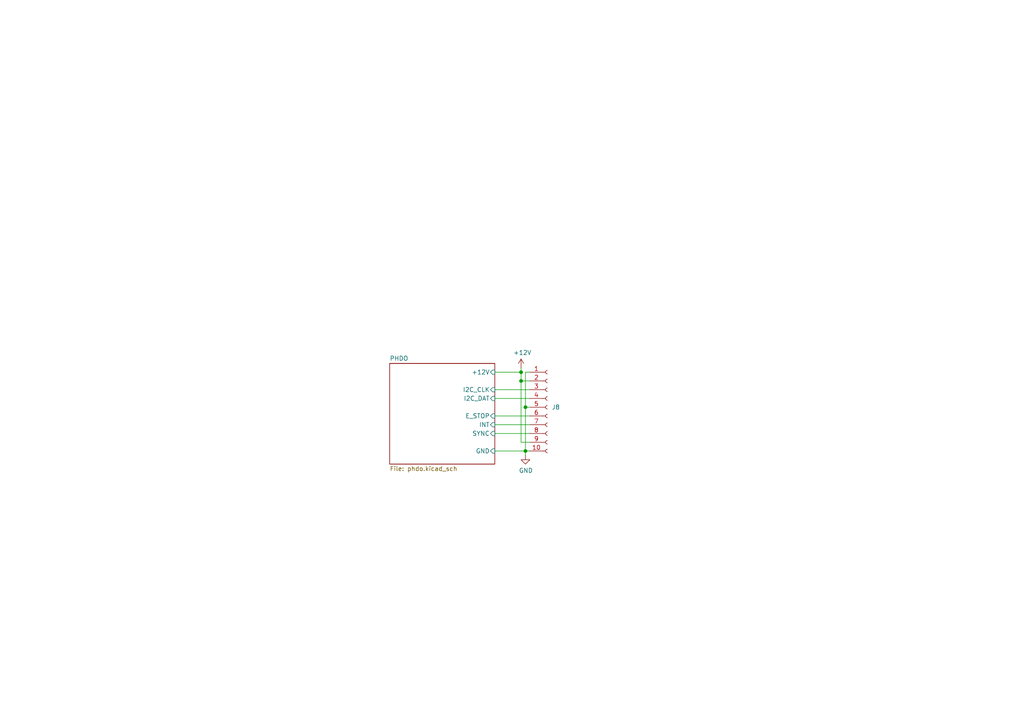
<source format=kicad_sch>
(kicad_sch (version 20230121) (generator eeschema)

  (uuid 3934cdea-42c8-4ab1-b1be-2c4978ab08ae)

  (paper "A4")

  (lib_symbols
    (symbol "Connector:Conn_01x10_Female" (pin_names (offset 1.016) hide) (in_bom yes) (on_board yes)
      (property "Reference" "J" (at 0 12.7 0)
        (effects (font (size 1.27 1.27)))
      )
      (property "Value" "Conn_01x10_Female" (at 0 -15.24 0)
        (effects (font (size 1.27 1.27)))
      )
      (property "Footprint" "" (at 0 0 0)
        (effects (font (size 1.27 1.27)) hide)
      )
      (property "Datasheet" "~" (at 0 0 0)
        (effects (font (size 1.27 1.27)) hide)
      )
      (property "ki_keywords" "connector" (at 0 0 0)
        (effects (font (size 1.27 1.27)) hide)
      )
      (property "ki_description" "Generic connector, single row, 01x10, script generated (kicad-library-utils/schlib/autogen/connector/)" (at 0 0 0)
        (effects (font (size 1.27 1.27)) hide)
      )
      (property "ki_fp_filters" "Connector*:*_1x??_*" (at 0 0 0)
        (effects (font (size 1.27 1.27)) hide)
      )
      (symbol "Conn_01x10_Female_1_1"
        (arc (start 0 -12.192) (mid -0.5058 -12.7) (end 0 -13.208)
          (stroke (width 0.1524) (type default))
          (fill (type none))
        )
        (arc (start 0 -9.652) (mid -0.5058 -10.16) (end 0 -10.668)
          (stroke (width 0.1524) (type default))
          (fill (type none))
        )
        (arc (start 0 -7.112) (mid -0.5058 -7.62) (end 0 -8.128)
          (stroke (width 0.1524) (type default))
          (fill (type none))
        )
        (arc (start 0 -4.572) (mid -0.5058 -5.08) (end 0 -5.588)
          (stroke (width 0.1524) (type default))
          (fill (type none))
        )
        (arc (start 0 -2.032) (mid -0.5058 -2.54) (end 0 -3.048)
          (stroke (width 0.1524) (type default))
          (fill (type none))
        )
        (polyline
          (pts
            (xy -1.27 -12.7)
            (xy -0.508 -12.7)
          )
          (stroke (width 0.1524) (type default))
          (fill (type none))
        )
        (polyline
          (pts
            (xy -1.27 -10.16)
            (xy -0.508 -10.16)
          )
          (stroke (width 0.1524) (type default))
          (fill (type none))
        )
        (polyline
          (pts
            (xy -1.27 -7.62)
            (xy -0.508 -7.62)
          )
          (stroke (width 0.1524) (type default))
          (fill (type none))
        )
        (polyline
          (pts
            (xy -1.27 -5.08)
            (xy -0.508 -5.08)
          )
          (stroke (width 0.1524) (type default))
          (fill (type none))
        )
        (polyline
          (pts
            (xy -1.27 -2.54)
            (xy -0.508 -2.54)
          )
          (stroke (width 0.1524) (type default))
          (fill (type none))
        )
        (polyline
          (pts
            (xy -1.27 0)
            (xy -0.508 0)
          )
          (stroke (width 0.1524) (type default))
          (fill (type none))
        )
        (polyline
          (pts
            (xy -1.27 2.54)
            (xy -0.508 2.54)
          )
          (stroke (width 0.1524) (type default))
          (fill (type none))
        )
        (polyline
          (pts
            (xy -1.27 5.08)
            (xy -0.508 5.08)
          )
          (stroke (width 0.1524) (type default))
          (fill (type none))
        )
        (polyline
          (pts
            (xy -1.27 7.62)
            (xy -0.508 7.62)
          )
          (stroke (width 0.1524) (type default))
          (fill (type none))
        )
        (polyline
          (pts
            (xy -1.27 10.16)
            (xy -0.508 10.16)
          )
          (stroke (width 0.1524) (type default))
          (fill (type none))
        )
        (arc (start 0 0.508) (mid -0.5058 0) (end 0 -0.508)
          (stroke (width 0.1524) (type default))
          (fill (type none))
        )
        (arc (start 0 3.048) (mid -0.5058 2.54) (end 0 2.032)
          (stroke (width 0.1524) (type default))
          (fill (type none))
        )
        (arc (start 0 5.588) (mid -0.5058 5.08) (end 0 4.572)
          (stroke (width 0.1524) (type default))
          (fill (type none))
        )
        (arc (start 0 8.128) (mid -0.5058 7.62) (end 0 7.112)
          (stroke (width 0.1524) (type default))
          (fill (type none))
        )
        (arc (start 0 10.668) (mid -0.5058 10.16) (end 0 9.652)
          (stroke (width 0.1524) (type default))
          (fill (type none))
        )
        (pin passive line (at -5.08 10.16 0) (length 3.81)
          (name "Pin_1" (effects (font (size 1.27 1.27))))
          (number "1" (effects (font (size 1.27 1.27))))
        )
        (pin passive line (at -5.08 -12.7 0) (length 3.81)
          (name "Pin_10" (effects (font (size 1.27 1.27))))
          (number "10" (effects (font (size 1.27 1.27))))
        )
        (pin passive line (at -5.08 7.62 0) (length 3.81)
          (name "Pin_2" (effects (font (size 1.27 1.27))))
          (number "2" (effects (font (size 1.27 1.27))))
        )
        (pin passive line (at -5.08 5.08 0) (length 3.81)
          (name "Pin_3" (effects (font (size 1.27 1.27))))
          (number "3" (effects (font (size 1.27 1.27))))
        )
        (pin passive line (at -5.08 2.54 0) (length 3.81)
          (name "Pin_4" (effects (font (size 1.27 1.27))))
          (number "4" (effects (font (size 1.27 1.27))))
        )
        (pin passive line (at -5.08 0 0) (length 3.81)
          (name "Pin_5" (effects (font (size 1.27 1.27))))
          (number "5" (effects (font (size 1.27 1.27))))
        )
        (pin passive line (at -5.08 -2.54 0) (length 3.81)
          (name "Pin_6" (effects (font (size 1.27 1.27))))
          (number "6" (effects (font (size 1.27 1.27))))
        )
        (pin passive line (at -5.08 -5.08 0) (length 3.81)
          (name "Pin_7" (effects (font (size 1.27 1.27))))
          (number "7" (effects (font (size 1.27 1.27))))
        )
        (pin passive line (at -5.08 -7.62 0) (length 3.81)
          (name "Pin_8" (effects (font (size 1.27 1.27))))
          (number "8" (effects (font (size 1.27 1.27))))
        )
        (pin passive line (at -5.08 -10.16 0) (length 3.81)
          (name "Pin_9" (effects (font (size 1.27 1.27))))
          (number "9" (effects (font (size 1.27 1.27))))
        )
      )
    )
    (symbol "power:+12V" (power) (pin_names (offset 0)) (in_bom yes) (on_board yes)
      (property "Reference" "#PWR" (at 0 -3.81 0)
        (effects (font (size 1.27 1.27)) hide)
      )
      (property "Value" "+12V" (at 0 3.556 0)
        (effects (font (size 1.27 1.27)))
      )
      (property "Footprint" "" (at 0 0 0)
        (effects (font (size 1.27 1.27)) hide)
      )
      (property "Datasheet" "" (at 0 0 0)
        (effects (font (size 1.27 1.27)) hide)
      )
      (property "ki_keywords" "power-flag" (at 0 0 0)
        (effects (font (size 1.27 1.27)) hide)
      )
      (property "ki_description" "Power symbol creates a global label with name \"+12V\"" (at 0 0 0)
        (effects (font (size 1.27 1.27)) hide)
      )
      (symbol "+12V_0_1"
        (polyline
          (pts
            (xy -0.762 1.27)
            (xy 0 2.54)
          )
          (stroke (width 0) (type default))
          (fill (type none))
        )
        (polyline
          (pts
            (xy 0 0)
            (xy 0 2.54)
          )
          (stroke (width 0) (type default))
          (fill (type none))
        )
        (polyline
          (pts
            (xy 0 2.54)
            (xy 0.762 1.27)
          )
          (stroke (width 0) (type default))
          (fill (type none))
        )
      )
      (symbol "+12V_1_1"
        (pin power_in line (at 0 0 90) (length 0) hide
          (name "+12V" (effects (font (size 1.27 1.27))))
          (number "1" (effects (font (size 1.27 1.27))))
        )
      )
    )
    (symbol "power:GND" (power) (pin_names (offset 0)) (in_bom yes) (on_board yes)
      (property "Reference" "#PWR" (at 0 -6.35 0)
        (effects (font (size 1.27 1.27)) hide)
      )
      (property "Value" "GND" (at 0 -3.81 0)
        (effects (font (size 1.27 1.27)))
      )
      (property "Footprint" "" (at 0 0 0)
        (effects (font (size 1.27 1.27)) hide)
      )
      (property "Datasheet" "" (at 0 0 0)
        (effects (font (size 1.27 1.27)) hide)
      )
      (property "ki_keywords" "power-flag" (at 0 0 0)
        (effects (font (size 1.27 1.27)) hide)
      )
      (property "ki_description" "Power symbol creates a global label with name \"GND\" , ground" (at 0 0 0)
        (effects (font (size 1.27 1.27)) hide)
      )
      (symbol "GND_0_1"
        (polyline
          (pts
            (xy 0 0)
            (xy 0 -1.27)
            (xy 1.27 -1.27)
            (xy 0 -2.54)
            (xy -1.27 -1.27)
            (xy 0 -1.27)
          )
          (stroke (width 0) (type default))
          (fill (type none))
        )
      )
      (symbol "GND_1_1"
        (pin power_in line (at 0 0 270) (length 0) hide
          (name "GND" (effects (font (size 1.27 1.27))))
          (number "1" (effects (font (size 1.27 1.27))))
        )
      )
    )
  )

  (junction (at 151.13 107.95) (diameter 0) (color 0 0 0 0)
    (uuid 7906c663-3e62-4e5d-b2f8-a6300d22cda2)
  )
  (junction (at 151.13 110.49) (diameter 0) (color 0 0 0 0)
    (uuid 9de9458f-113b-417a-ab4c-6691fb3b42c0)
  )
  (junction (at 152.4 130.81) (diameter 0) (color 0 0 0 0)
    (uuid b5f8bce8-1d81-4877-991b-915e4531ad60)
  )
  (junction (at 152.4 118.11) (diameter 0) (color 0 0 0 0)
    (uuid f201532a-63ed-49e3-bbff-1a6eefc89927)
  )

  (wire (pts (xy 143.51 113.03) (xy 153.67 113.03))
    (stroke (width 0) (type default))
    (uuid 0449833f-8d22-45ee-88ec-d06772d1594f)
  )
  (wire (pts (xy 151.13 128.27) (xy 151.13 110.49))
    (stroke (width 0) (type default))
    (uuid 0678102b-726f-4829-bf13-85efea2042f0)
  )
  (wire (pts (xy 143.51 130.81) (xy 152.4 130.81))
    (stroke (width 0) (type default))
    (uuid 245f37e9-93fb-4888-953d-dc097f2909b6)
  )
  (wire (pts (xy 151.13 107.95) (xy 151.13 110.49))
    (stroke (width 0) (type default))
    (uuid 279310e2-d49b-41b9-9ef3-634682e368b1)
  )
  (wire (pts (xy 152.4 132.08) (xy 152.4 130.81))
    (stroke (width 0) (type default))
    (uuid 4fd23367-4b11-4734-b6d5-27268a62744c)
  )
  (wire (pts (xy 143.51 123.19) (xy 153.67 123.19))
    (stroke (width 0) (type default))
    (uuid 5bbab636-6cce-46e3-8daf-96601a43772e)
  )
  (wire (pts (xy 143.51 125.73) (xy 153.67 125.73))
    (stroke (width 0) (type default))
    (uuid 69ce1af5-eb17-4ef3-8fd4-e1c8872dfdba)
  )
  (wire (pts (xy 153.67 118.11) (xy 152.4 118.11))
    (stroke (width 0) (type default))
    (uuid 6af1ce94-ac31-4cc8-8ee8-75be028d4278)
  )
  (wire (pts (xy 153.67 130.81) (xy 152.4 130.81))
    (stroke (width 0) (type default))
    (uuid 78ea1761-cba8-4df6-b9cc-e4a3a5b0b7ed)
  )
  (wire (pts (xy 151.13 110.49) (xy 153.67 110.49))
    (stroke (width 0) (type default))
    (uuid 89477a93-7b6c-48a0-9686-29f1d821db49)
  )
  (wire (pts (xy 143.51 107.95) (xy 151.13 107.95))
    (stroke (width 0) (type default))
    (uuid a69ba3b8-fcec-40fd-8eeb-0adf47702654)
  )
  (wire (pts (xy 143.51 120.65) (xy 153.67 120.65))
    (stroke (width 0) (type default))
    (uuid bee14d2e-ba83-4f8c-a4e9-8dc68b338adc)
  )
  (wire (pts (xy 143.51 115.57) (xy 153.67 115.57))
    (stroke (width 0) (type default))
    (uuid cee7bfec-9a7a-4c0e-ba1b-42f69c3d8a6b)
  )
  (wire (pts (xy 152.4 118.11) (xy 152.4 107.95))
    (stroke (width 0) (type default))
    (uuid dbc21db3-a0ae-4e39-abe6-42850d6a159b)
  )
  (wire (pts (xy 152.4 107.95) (xy 153.67 107.95))
    (stroke (width 0) (type default))
    (uuid e2b4c707-c4b9-4cf2-8105-232fc902a6c4)
  )
  (wire (pts (xy 151.13 106.68) (xy 151.13 107.95))
    (stroke (width 0) (type default))
    (uuid f66e6116-832d-4055-a824-850dfb371e44)
  )
  (wire (pts (xy 152.4 130.81) (xy 152.4 118.11))
    (stroke (width 0) (type default))
    (uuid f9e1ec01-a04a-4053-a82d-c543e03ce2bd)
  )
  (wire (pts (xy 153.67 128.27) (xy 151.13 128.27))
    (stroke (width 0) (type default))
    (uuid fdf3bf7d-3388-46d2-9e01-fd622adfaae5)
  )

  (symbol (lib_id "Connector:Conn_01x10_Female") (at 158.75 118.11 0) (unit 1)
    (in_bom yes) (on_board yes) (dnp no)
    (uuid 22545778-fda7-4d04-85e1-e6abf4da2853)
    (property "Reference" "J8" (at 160.02 118.11 0)
      (effects (font (size 1.27 1.27)) (justify left))
    )
    (property "Value" "Conn_01x10_Female" (at 159.4612 121.031 0)
      (effects (font (size 1.27 1.27)) (justify left) hide)
    )
    (property "Footprint" "Connector_PinSocket_2.54mm:PinSocket_1x10_P2.54mm_Horizontal" (at 158.75 118.11 0)
      (effects (font (size 1.27 1.27)) hide)
    )
    (property "Datasheet" "~" (at 158.75 118.11 0)
      (effects (font (size 1.27 1.27)) hide)
    )
    (pin "1" (uuid 692769ca-3042-47ba-a243-21a95e93cbb2))
    (pin "10" (uuid 70ecc5fc-e366-43d4-910c-b154fd8e30c4))
    (pin "2" (uuid f180c733-9e6c-4438-9f6e-25ca1ab8d8a9))
    (pin "3" (uuid 21d7aca7-c7de-43bd-b7e8-8ef55f969796))
    (pin "4" (uuid 2163c125-ac1e-4874-9b49-a974581885e2))
    (pin "5" (uuid 343bf187-8fab-4e5e-9b7f-51c73f5d7c40))
    (pin "6" (uuid fd60f116-a072-4411-a4b2-892ef558f5c6))
    (pin "7" (uuid 96567aa2-a09c-4f9a-9081-6b23b3c61908))
    (pin "8" (uuid ba8427fb-e7e4-48cd-9ebf-51ab70914294))
    (pin "9" (uuid e7eed19c-75b5-42f6-b4b3-ddd037a155c5))
    (instances
      (project "BREAD_Slice"
        (path "/3934cdea-42c8-4ab1-b1be-2c4978ab08ae"
          (reference "J8") (unit 1)
        )
        (path "/3934cdea-42c8-4ab1-b1be-2c4978ab08ae/5ac79b3f-4f85-4f9b-9217-0613fa913418"
          (reference "J1") (unit 1)
        )
      )
    )
  )

  (symbol (lib_id "power:GND") (at 152.4 132.08 0) (unit 1)
    (in_bom yes) (on_board yes) (dnp no)
    (uuid 442fe6a2-26be-47d1-8f27-7689d7692043)
    (property "Reference" "#PWR015" (at 152.4 138.43 0)
      (effects (font (size 1.27 1.27)) hide)
    )
    (property "Value" "GND" (at 152.527 136.4742 0)
      (effects (font (size 1.27 1.27)))
    )
    (property "Footprint" "" (at 152.4 132.08 0)
      (effects (font (size 1.27 1.27)) hide)
    )
    (property "Datasheet" "" (at 152.4 132.08 0)
      (effects (font (size 1.27 1.27)) hide)
    )
    (pin "1" (uuid 9c5f4c24-3bed-4cfd-bc79-979ce053075f))
    (instances
      (project "BREAD_Slice"
        (path "/3934cdea-42c8-4ab1-b1be-2c4978ab08ae"
          (reference "#PWR015") (unit 1)
        )
        (path "/3934cdea-42c8-4ab1-b1be-2c4978ab08ae/5ac79b3f-4f85-4f9b-9217-0613fa913418"
          (reference "#PWR03") (unit 1)
        )
      )
    )
  )

  (symbol (lib_id "power:+12V") (at 151.13 106.68 0) (unit 1)
    (in_bom yes) (on_board yes) (dnp no)
    (uuid 774a0140-0427-4c17-b623-3ae325b1af61)
    (property "Reference" "#PWR014" (at 151.13 110.49 0)
      (effects (font (size 1.27 1.27)) hide)
    )
    (property "Value" "+12V" (at 151.511 102.2858 0)
      (effects (font (size 1.27 1.27)))
    )
    (property "Footprint" "" (at 151.13 106.68 0)
      (effects (font (size 1.27 1.27)) hide)
    )
    (property "Datasheet" "" (at 151.13 106.68 0)
      (effects (font (size 1.27 1.27)) hide)
    )
    (pin "1" (uuid 68d6f9b7-6445-46a2-95ec-0a0b9683a801))
    (instances
      (project "BREAD_Slice"
        (path "/3934cdea-42c8-4ab1-b1be-2c4978ab08ae"
          (reference "#PWR014") (unit 1)
        )
        (path "/3934cdea-42c8-4ab1-b1be-2c4978ab08ae/5ac79b3f-4f85-4f9b-9217-0613fa913418"
          (reference "#PWR02") (unit 1)
        )
      )
    )
  )

  (sheet (at 113.03 105.41) (size 30.48 29.21) (fields_autoplaced)
    (stroke (width 0.1524) (type solid))
    (fill (color 0 0 0 0.0000))
    (uuid 5ac79b3f-4f85-4f9b-9217-0613fa913418)
    (property "Sheetname" "PHDO" (at 113.03 104.6984 0)
      (effects (font (size 1.27 1.27)) (justify left bottom))
    )
    (property "Sheetfile" "phdo.kicad_sch" (at 113.03 135.2046 0)
      (effects (font (size 1.27 1.27)) (justify left top))
    )
    (pin "+12V" input (at 143.51 107.95 0)
      (effects (font (size 1.27 1.27)) (justify right))
      (uuid dfc22d96-483d-45e8-bb19-6de3c0daa6e9)
    )
    (pin "I2C_DAT" input (at 143.51 115.57 0)
      (effects (font (size 1.27 1.27)) (justify right))
      (uuid 292bcb78-6635-454f-aa26-9cceb5d66767)
    )
    (pin "E_STOP" input (at 143.51 120.65 0)
      (effects (font (size 1.27 1.27)) (justify right))
      (uuid 67317fc7-9412-45bd-a67a-f0ffb5cffbb8)
    )
    (pin "INT" input (at 143.51 123.19 0)
      (effects (font (size 1.27 1.27)) (justify right))
      (uuid 16633eb1-8a9a-4f83-a6b6-557e15044dec)
    )
    (pin "I2C_CLK" input (at 143.51 113.03 0)
      (effects (font (size 1.27 1.27)) (justify right))
      (uuid 754aee9d-e7bf-413c-899b-49dee67840fc)
    )
    (pin "SYNC" input (at 143.51 125.73 0)
      (effects (font (size 1.27 1.27)) (justify right))
      (uuid aeeda076-704c-4e2d-8ad5-811b83ee401d)
    )
    (pin "GND" input (at 143.51 130.81 0)
      (effects (font (size 1.27 1.27)) (justify right))
      (uuid 048100b1-fd44-4326-bf0c-e082dfffcf3b)
    )
    (instances
      (project "BREAD_Slice"
        (path "/3934cdea-42c8-4ab1-b1be-2c4978ab08ae" (page "2"))
      )
    )
  )

  (sheet_instances
    (path "/" (page "1"))
  )
)

</source>
